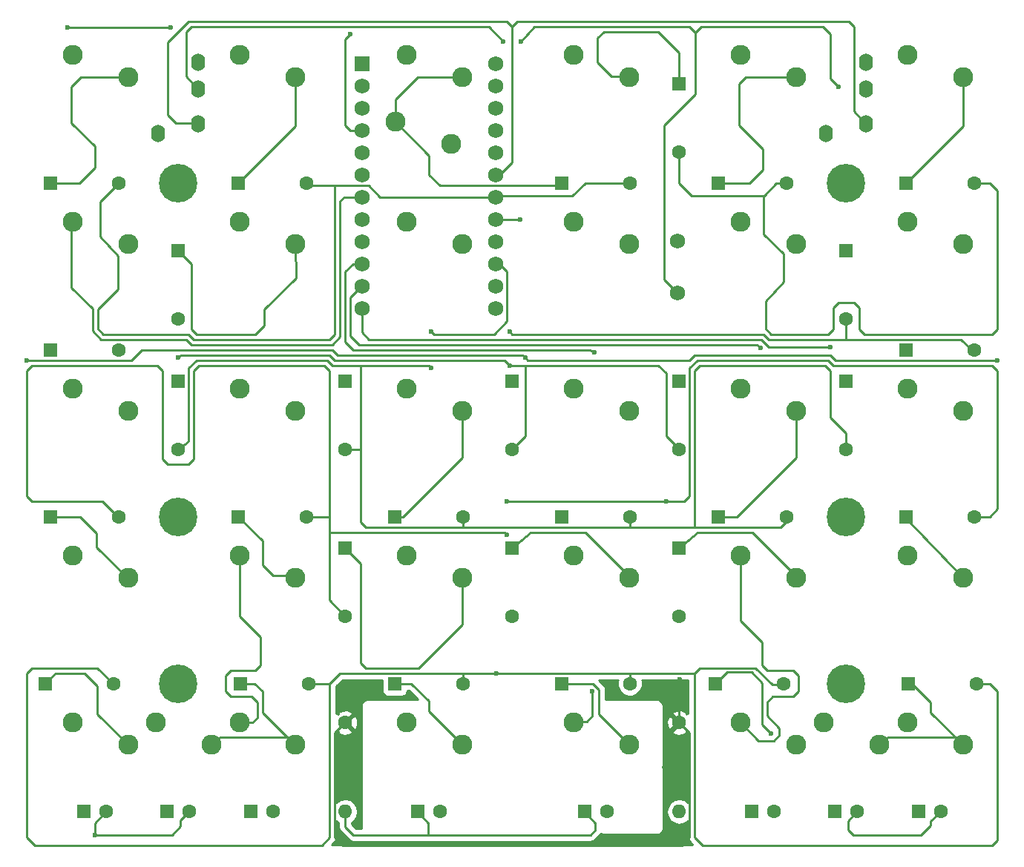
<source format=gbl>
G04 #@! TF.FileFunction,Copper,L2,Bot,Signal*
%FSLAX46Y46*%
G04 Gerber Fmt 4.6, Leading zero omitted, Abs format (unit mm)*
G04 Created by KiCad (PCBNEW 4.0.7-e2-6376~58~ubuntu16.04.1) date Mon Apr  2 09:11:44 2018*
%MOMM*%
%LPD*%
G01*
G04 APERTURE LIST*
%ADD10C,0.100000*%
%ADD11C,2.286000*%
%ADD12C,1.752600*%
%ADD13R,1.752600X1.752600*%
%ADD14C,4.400000*%
%ADD15R,1.600000X1.600000*%
%ADD16C,1.600000*%
%ADD17O,1.600000X1.600000*%
%ADD18R,1.600200X1.600200*%
%ADD19C,1.600200*%
%ADD20O,1.600000X2.000000*%
%ADD21C,0.600000*%
%ADD22C,0.250000*%
%ADD23C,0.254000*%
G04 APERTURE END LIST*
D10*
D11*
X114141748Y-144939390D03*
X120491748Y-147479390D03*
X190342073Y-144939390D03*
X196692073Y-147479390D03*
D12*
X183159375Y-95929324D03*
X183159375Y-89976174D03*
D13*
X147161910Y-69707476D03*
D12*
X147161910Y-72247476D03*
X147161910Y-74787476D03*
X147161910Y-77327476D03*
X147161910Y-79867476D03*
X147161910Y-82407476D03*
X147161910Y-84947476D03*
X147161910Y-87487476D03*
X147161910Y-90027476D03*
X147161910Y-92567476D03*
X147161910Y-95107476D03*
X147161910Y-97647476D03*
X162401910Y-97647476D03*
X162401910Y-95107476D03*
X162401910Y-92567476D03*
X162401910Y-90027476D03*
X162401910Y-87487476D03*
X162401910Y-84947476D03*
X162401910Y-82407476D03*
X162401910Y-79867476D03*
X162401910Y-77327476D03*
X162401910Y-74787476D03*
X162401910Y-72247476D03*
X162401910Y-69707476D03*
D14*
X126206250Y-83343750D03*
X126206788Y-140494349D03*
X202407114Y-140494349D03*
X202406250Y-83343750D03*
X126206788Y-121444268D03*
X202407114Y-121444267D03*
D15*
X111590625Y-121443750D03*
D16*
X119390625Y-121443750D03*
D15*
X111590625Y-83343750D03*
D16*
X119390625Y-83343750D03*
D15*
X133021875Y-83343750D03*
D16*
X140821875Y-83343750D03*
D15*
X169931250Y-83343750D03*
D16*
X177731250Y-83343750D03*
D15*
X183357032Y-72002668D03*
D16*
X183357032Y-79802668D03*
D15*
X187790625Y-83343750D03*
D16*
X195590625Y-83343750D03*
D15*
X209221875Y-83343750D03*
D16*
X217021875Y-83343750D03*
D15*
X111590625Y-102393750D03*
D16*
X119390625Y-102393750D03*
D15*
X126206788Y-91052749D03*
D16*
X126206788Y-98852749D03*
D15*
X164306951Y-105935625D03*
D16*
X164306951Y-113735625D03*
D15*
X183357032Y-105935625D03*
D16*
X183357032Y-113735625D03*
D15*
X202407114Y-91052749D03*
D16*
X202407114Y-98852749D03*
D15*
X209222784Y-102394187D03*
D16*
X217022784Y-102394187D03*
D15*
X126206788Y-105935625D03*
D16*
X126206788Y-113735625D03*
D15*
X145256870Y-105935625D03*
D16*
X145256870Y-113735625D03*
D15*
X150881250Y-121443750D03*
D16*
X158681250Y-121443750D03*
D15*
X169931250Y-121443750D03*
D16*
X177731250Y-121443750D03*
D15*
X187790625Y-121443750D03*
D16*
X195590625Y-121443750D03*
D15*
X202407114Y-105935625D03*
D16*
X202407114Y-113735625D03*
D15*
X133022459Y-121444268D03*
D16*
X140822459Y-121444268D03*
D15*
X145256870Y-124985706D03*
D16*
X145256870Y-132785706D03*
D15*
X164306951Y-124985706D03*
D16*
X164306951Y-132785706D03*
D15*
X183357032Y-124985706D03*
D16*
X183357032Y-132785706D03*
D15*
X209222784Y-121444268D03*
D16*
X217022784Y-121444268D03*
D15*
X110995803Y-140494349D03*
D16*
X118795803Y-140494349D03*
D15*
X150881910Y-140494349D03*
D16*
X158681910Y-140494349D03*
D15*
X169931992Y-140494349D03*
D16*
X177731992Y-140494349D03*
D15*
X187493785Y-140494349D03*
D16*
X195293785Y-140494349D03*
D15*
X209520442Y-140494349D03*
D16*
X217320442Y-140494349D03*
D15*
X133320117Y-140494349D03*
D16*
X141120117Y-140494349D03*
X145256870Y-144959212D03*
D17*
X145256870Y-155119212D03*
D16*
X183357032Y-144959212D03*
D17*
X183357032Y-155119212D03*
D11*
X209391250Y-87788750D03*
X215741250Y-90328750D03*
X152241250Y-125888750D03*
X158591250Y-128428750D03*
X209391250Y-125888750D03*
X215741250Y-128428750D03*
X171291250Y-68738750D03*
X177641250Y-71278750D03*
X114141250Y-87788750D03*
X120491250Y-90328750D03*
X133191250Y-87788750D03*
X139541250Y-90328750D03*
X152241250Y-87788750D03*
X158591250Y-90328750D03*
X190341250Y-87788750D03*
X196691250Y-90328750D03*
X114141250Y-106838750D03*
X120491250Y-109378750D03*
X133191250Y-106838750D03*
X139541250Y-109378750D03*
X152241250Y-106838750D03*
X158591250Y-109378750D03*
X190341250Y-106838750D03*
X196691250Y-109378750D03*
X209391250Y-106838750D03*
X215741250Y-109378750D03*
X190341250Y-125888750D03*
X196691250Y-128428750D03*
X133191250Y-125888750D03*
X139541250Y-128428750D03*
X114141250Y-125888750D03*
X120491250Y-128428750D03*
X171291250Y-87788750D03*
X177641250Y-90328750D03*
X171291250Y-106838750D03*
X177641250Y-109378750D03*
X171291250Y-125888750D03*
X177641250Y-128428750D03*
X152241910Y-144939390D03*
X158591910Y-147479390D03*
X171291992Y-144939390D03*
X177641992Y-147479390D03*
X215742114Y-147479390D03*
X209392114Y-144939390D03*
X199867114Y-144939390D03*
X206217114Y-147479390D03*
X139541788Y-147479390D03*
X133191788Y-144939390D03*
X123666788Y-144939390D03*
X130016788Y-147479390D03*
X158591250Y-71278750D03*
X152241250Y-68738750D03*
X157321250Y-78898750D03*
X150971250Y-76358750D03*
D18*
X172561992Y-155099390D03*
D19*
X175101992Y-155099390D03*
D18*
X153511910Y-155099390D03*
D19*
X156051910Y-155099390D03*
D18*
X134461829Y-155099390D03*
D19*
X137001829Y-155099390D03*
D18*
X124936788Y-155099390D03*
D19*
X127476788Y-155099390D03*
D18*
X115411748Y-155099390D03*
D19*
X117951748Y-155099390D03*
D18*
X191612073Y-155099390D03*
D19*
X194152073Y-155099390D03*
D18*
X201137114Y-155099390D03*
D19*
X203677114Y-155099390D03*
D18*
X210662154Y-155099390D03*
D19*
X213202154Y-155099390D03*
D20*
X200107114Y-77677627D03*
X204707114Y-76577627D03*
X204707114Y-69577627D03*
X204707114Y-72577627D03*
D11*
X114141250Y-68738750D03*
X120491250Y-71278750D03*
X190341250Y-68738750D03*
X196691250Y-71278750D03*
X133191250Y-68738750D03*
X139541250Y-71278750D03*
X209391250Y-68738750D03*
X215741250Y-71278750D03*
D20*
X123906788Y-77677627D03*
X128506788Y-76577627D03*
X128506788Y-69577627D03*
X128506788Y-72577627D03*
D21*
X126206788Y-103287159D03*
X164009294Y-104180132D03*
X164009294Y-100310584D03*
X155079568Y-100310584D03*
X155079568Y-104477790D03*
X163711636Y-123527871D03*
X181868745Y-119658323D03*
X163711636Y-119658323D03*
X183400000Y-140000000D03*
X145852185Y-66377627D03*
X173400000Y-141400000D03*
X173641362Y-102691844D03*
X192600000Y-102200000D03*
X113600000Y-65600000D03*
X125364781Y-65575000D03*
X200621168Y-102096529D03*
X162521006Y-139303719D03*
X193800000Y-146200000D03*
X163300000Y-67200000D03*
X165300000Y-67200000D03*
X201514141Y-72330777D03*
X219671250Y-103584817D03*
X165199924Y-87511311D03*
X165795239Y-103287159D03*
X116679405Y-157758486D03*
X108942652Y-103584817D03*
D22*
X193000000Y-84800000D02*
X193000000Y-89200000D01*
X193000000Y-89200000D02*
X195263333Y-91380859D01*
X195263333Y-91380859D02*
X195263333Y-94655091D01*
X193200000Y-100000000D02*
X193868018Y-100608242D01*
X195263333Y-94655091D02*
X193200000Y-96800000D01*
X193200000Y-96800000D02*
X193200000Y-100000000D01*
X195590625Y-83343750D02*
X194400000Y-83400000D01*
X194400000Y-83400000D02*
X193029641Y-84799638D01*
X218777921Y-83343750D02*
X217021875Y-83343750D01*
X193868018Y-100608242D02*
X200323511Y-100608242D01*
X200323511Y-100608242D02*
X200918826Y-100012927D01*
X200918826Y-100012927D02*
X200918826Y-97631667D01*
X200918826Y-97631667D02*
X201514141Y-97036352D01*
X201514141Y-97036352D02*
X203300086Y-97036352D01*
X203300086Y-97036352D02*
X203895401Y-97631667D01*
X203895401Y-97631667D02*
X203895401Y-100012927D01*
X203895401Y-100012927D02*
X204490716Y-100608242D01*
X204490716Y-100608242D02*
X219075935Y-100608242D01*
X219075935Y-100608242D02*
X219671250Y-100012927D01*
X219671250Y-100012927D02*
X219671250Y-84237079D01*
X219671250Y-84237079D02*
X218777921Y-83343750D01*
X140821875Y-83343750D02*
X141089664Y-83641763D01*
X141089664Y-83641763D02*
X144066240Y-83641763D01*
X117250000Y-85500000D02*
X119390625Y-83343750D01*
X117250000Y-89500000D02*
X117250000Y-85500000D01*
X119360666Y-91630860D02*
X117250000Y-89500000D01*
X119360666Y-95452749D02*
X119360666Y-91630860D01*
X117000000Y-97750000D02*
X119360666Y-95452749D01*
X117000000Y-100000000D02*
X117000000Y-97750000D01*
X117600000Y-100600000D02*
X117000000Y-100000000D01*
X127397418Y-100608242D02*
X117600000Y-100600000D01*
X127992734Y-101203557D02*
X127397418Y-100608242D01*
X143470925Y-101203557D02*
X127992734Y-101203557D01*
X144066240Y-100608242D02*
X143470925Y-101203557D01*
X144066240Y-83641763D02*
X144066240Y-100608242D01*
X140821875Y-83343750D02*
X140791651Y-83343750D01*
X149241501Y-84947476D02*
X162401910Y-84947476D01*
X147935788Y-83641763D02*
X149241501Y-84947476D01*
X141089664Y-83641763D02*
X147935788Y-83641763D01*
X140791651Y-83343750D02*
X141089664Y-83641763D01*
X177731250Y-83343750D02*
X177731250Y-83343744D01*
X177731250Y-83343744D02*
X177700781Y-83343744D01*
X119390625Y-83015626D02*
X119390625Y-83343750D01*
X183356251Y-83343744D02*
X184800000Y-84800000D01*
X183356251Y-83343744D02*
X183356250Y-81855469D01*
X183356250Y-81855469D02*
X183357032Y-79802668D01*
X184800000Y-84800000D02*
X193000000Y-84800000D01*
X193000000Y-84800000D02*
X193029641Y-84799638D01*
X164603906Y-84832031D02*
X171153074Y-84832031D01*
X171153074Y-84832031D02*
X172641362Y-83344106D01*
X172641362Y-83344106D02*
X177700781Y-83343744D01*
X162521006Y-84832393D02*
X164603906Y-84832031D01*
X111590625Y-83343750D02*
X114896158Y-83343750D01*
X115054857Y-71278750D02*
X120491250Y-71278750D01*
X114002830Y-72330777D02*
X115054857Y-71278750D01*
X114002830Y-76497983D02*
X114002830Y-72330777D01*
X116681748Y-79176901D02*
X114002830Y-76497983D01*
X116681748Y-81558160D02*
X116681748Y-79176901D01*
X114896158Y-83343750D02*
X116681748Y-81558160D01*
X139541250Y-71278750D02*
X139541250Y-76824375D01*
X139541250Y-76824375D02*
X133021875Y-83343750D01*
X150971250Y-76358750D02*
X150971250Y-73828750D01*
X153521250Y-71278750D02*
X158591250Y-71278750D01*
X150971250Y-73828750D02*
X153521250Y-71278750D01*
X169633237Y-83641763D02*
X156054263Y-83641763D01*
X156054263Y-83641763D02*
X154800000Y-82464660D01*
X154800000Y-82464660D02*
X154800000Y-80200000D01*
X154800000Y-80200000D02*
X150971250Y-76358750D01*
X169633237Y-83641763D02*
X169931250Y-83343750D01*
X183357032Y-72002668D02*
X183357032Y-68461229D01*
X174000000Y-69600000D02*
X175600000Y-71200000D01*
X175600000Y-71200000D02*
X177641250Y-71278750D01*
X174000000Y-66800000D02*
X174000000Y-69600000D01*
X174817937Y-66079969D02*
X174000000Y-66800000D01*
X180975772Y-66079969D02*
X174817937Y-66079969D01*
X183357032Y-68461229D02*
X180975772Y-66079969D01*
X187790625Y-83343750D02*
X191394141Y-83343750D01*
X190957525Y-71278750D02*
X196691250Y-71278750D01*
X190203155Y-72033120D02*
X190957525Y-71278750D01*
X190203155Y-76795640D02*
X190203155Y-72033120D01*
X192882073Y-79474558D02*
X190203155Y-76795640D01*
X192882073Y-81855818D02*
X192882073Y-79474558D01*
X191394141Y-83343750D02*
X192882073Y-81855818D01*
X163413977Y-103584817D02*
X144066239Y-103584817D01*
X144066239Y-103584817D02*
X143470924Y-102989502D01*
X143470924Y-102989502D02*
X126504446Y-102989502D01*
X126504446Y-102989502D02*
X126206788Y-103287159D01*
X163413977Y-103584817D02*
X164009294Y-104180132D01*
X183357032Y-113735625D02*
X183357032Y-113705172D01*
X180975772Y-104180132D02*
X165795239Y-104180132D01*
X181868745Y-105073105D02*
X180975772Y-104180132D01*
X181868745Y-112216885D02*
X181868745Y-105073105D01*
X183357032Y-113705172D02*
X181868745Y-112216885D01*
X164009294Y-104180132D02*
X164009294Y-104180133D01*
X164009294Y-104180133D02*
X164604609Y-104180132D01*
X164604609Y-104180132D02*
X165795239Y-104180132D01*
X165795239Y-112216885D02*
X164306951Y-113735625D01*
X165795239Y-104180132D02*
X165795239Y-112216885D01*
X202406250Y-101203125D02*
X193570361Y-101203557D01*
X164306951Y-100608242D02*
X164009294Y-100310584D01*
X166688212Y-100608241D02*
X164306951Y-100608242D01*
X192975046Y-100608091D02*
X166688212Y-100608242D01*
X193570360Y-101203557D02*
X192975046Y-100608091D01*
X193570361Y-101203557D02*
X193570360Y-101203557D01*
X166688212Y-100608242D02*
X166688212Y-100608241D01*
X202407114Y-98852749D02*
X202406250Y-101203125D01*
X217022784Y-102394187D02*
X217022784Y-102661375D01*
X217022784Y-102661375D02*
X215504044Y-101203557D01*
X215504044Y-101203557D02*
X203597744Y-101203164D01*
X203597744Y-101203164D02*
X202406250Y-101203125D01*
X139541250Y-90328750D02*
X139600000Y-94200000D01*
X127695076Y-92571489D02*
X126206788Y-91052749D01*
X127695076Y-100012927D02*
X127695076Y-92571489D01*
X128290391Y-100608242D02*
X127695076Y-100012927D01*
X135000000Y-100600000D02*
X128290391Y-100608242D01*
X139600000Y-94200000D02*
X136000000Y-97800000D01*
X136000000Y-97800000D02*
X136000000Y-99600000D01*
X136000000Y-99600000D02*
X135000000Y-100600000D01*
X162401910Y-92567476D02*
X162814651Y-92567476D01*
X162814651Y-92567476D02*
X163711636Y-93464461D01*
X163711636Y-93464461D02*
X163711636Y-99119954D01*
X163711636Y-99119954D02*
X162223348Y-100608242D01*
X162223348Y-100608242D02*
X155377225Y-100608242D01*
X155377225Y-100608242D02*
X155079568Y-100310584D01*
X155079568Y-104477790D02*
X154781910Y-104180132D01*
X154781910Y-104180132D02*
X147042815Y-104180132D01*
X158651458Y-122634898D02*
X153591280Y-122634898D01*
X153591280Y-122634898D02*
X147637605Y-122634373D01*
X147042815Y-122039583D02*
X147042815Y-113705173D01*
X147637605Y-122634373D02*
X147042815Y-122039583D01*
X126206788Y-113735625D02*
X127396873Y-112811721D01*
X127396873Y-112811721D02*
X127397419Y-104477790D01*
X147042815Y-104180132D02*
X147042815Y-113705173D01*
X128290391Y-103584817D02*
X143173268Y-103584817D01*
X143173268Y-103584817D02*
X143768583Y-104180132D01*
X143768583Y-104180132D02*
X147042815Y-104180132D01*
X127397419Y-104477790D02*
X128290391Y-103584817D01*
X145256870Y-113735625D02*
X147042815Y-113735625D01*
X147042815Y-113735625D02*
X147043428Y-113735012D01*
X147043428Y-113735012D02*
X147043428Y-113705173D01*
X147043428Y-113705173D02*
X147042815Y-113705173D01*
X202407114Y-113735625D02*
X202406250Y-111918750D01*
X185142188Y-104775000D02*
X185142188Y-122634373D01*
X185737500Y-104179688D02*
X185142188Y-104775000D01*
X200025000Y-104179688D02*
X185737500Y-104179688D01*
X200620313Y-104775000D02*
X200025000Y-104179688D01*
X200620313Y-110132813D02*
X200620313Y-104775000D01*
X202406250Y-111918750D02*
X200620313Y-110132813D01*
X177731250Y-121443750D02*
X177700781Y-121443750D01*
X177700781Y-121443750D02*
X177700781Y-122634373D01*
X194965676Y-122634898D02*
X195560991Y-122039583D01*
X195560991Y-122039583D02*
X195590625Y-121443750D01*
X177700781Y-122634373D02*
X185142188Y-122634373D01*
X185142188Y-122634373D02*
X194965676Y-122634898D01*
X158681250Y-121443750D02*
X158650781Y-121443750D01*
X158650781Y-121443750D02*
X158651458Y-122634898D01*
X177700781Y-122634373D02*
X177731250Y-121443750D01*
X158651458Y-122634898D02*
X158681250Y-121443750D01*
X158651458Y-122634898D02*
X167283526Y-122634898D01*
X167283526Y-122634898D02*
X167283526Y-122634872D01*
X167283526Y-122634872D02*
X167283527Y-122634898D01*
X167283527Y-122634898D02*
X177700781Y-122634373D01*
X158591250Y-109378750D02*
X158591250Y-114658353D01*
X151805853Y-121443750D02*
X150881250Y-121443750D01*
X158591250Y-114658353D02*
X151805853Y-121443750D01*
X196691250Y-109378750D02*
X196691250Y-114658516D01*
X189906016Y-121443750D02*
X187790625Y-121443750D01*
X196691250Y-114658516D02*
X189906016Y-121443750D01*
X163413978Y-123230213D02*
X143470925Y-123230213D01*
X163711636Y-123527871D02*
X163413978Y-123230213D01*
X218778278Y-121444268D02*
X219671250Y-120551296D01*
X218778278Y-121444268D02*
X217022784Y-121444268D01*
X181868745Y-119658323D02*
X163711636Y-119658323D01*
X183952347Y-119658323D02*
X181868745Y-119658323D01*
X184547662Y-119063008D02*
X183952347Y-119658323D01*
X184547662Y-104477790D02*
X184547662Y-119063008D01*
X185440635Y-103584817D02*
X184547662Y-104477790D01*
X200323511Y-103584817D02*
X185440635Y-103584817D01*
X200918826Y-104180132D02*
X200323511Y-103584817D01*
X219075935Y-104180132D02*
X200918826Y-104180132D01*
X219671250Y-104775447D02*
X219075935Y-104180132D01*
X219671250Y-120551296D02*
X219671250Y-104775447D01*
X119390625Y-121443750D02*
X119360147Y-121443750D01*
X119360147Y-121443750D02*
X117574720Y-119658323D01*
X117574720Y-119658323D02*
X109537967Y-119658323D01*
X109537967Y-119658323D02*
X108942652Y-119063008D01*
X108942652Y-119063008D02*
X108942652Y-104775447D01*
X108942652Y-104775447D02*
X109537967Y-104180132D01*
X109537967Y-104180132D02*
X123825528Y-104180132D01*
X123825528Y-104180132D02*
X124420843Y-104775447D01*
X124420843Y-104775447D02*
X124420843Y-114895803D01*
X124420843Y-114895803D02*
X125016158Y-115491118D01*
X125016158Y-115491118D02*
X127397419Y-115491118D01*
X127397419Y-115491118D02*
X127992734Y-114895803D01*
X127992734Y-114895803D02*
X127992734Y-104775447D01*
X127992734Y-104775447D02*
X128588049Y-104180132D01*
X128588049Y-104180132D02*
X142875610Y-104180132D01*
X142875610Y-104180132D02*
X143470925Y-104775447D01*
X143470925Y-104775447D02*
X143470925Y-121444268D01*
X143470925Y-121444268D02*
X142577952Y-121444268D01*
X140822459Y-121444268D02*
X142577952Y-121444268D01*
X143470925Y-130969309D02*
X145256870Y-132785706D01*
X143470925Y-123230213D02*
X143470925Y-130969309D01*
X143470925Y-121444268D02*
X143470925Y-123230213D01*
X142577952Y-121444268D02*
X143470925Y-121444268D01*
X120491250Y-128428750D02*
X120391997Y-128428750D01*
X120391997Y-128428750D02*
X116900000Y-124936753D01*
X116900000Y-124936753D02*
X116900000Y-123336753D01*
X116900000Y-123336753D02*
X115006997Y-121443750D01*
X115006997Y-121443750D02*
X111590625Y-121443750D01*
X137000000Y-128200000D02*
X135800000Y-127000000D01*
X135800000Y-127000000D02*
X135800000Y-124200000D01*
X135800000Y-124200000D02*
X133022459Y-121444268D01*
X139400000Y-128200000D02*
X137000000Y-128200000D01*
X139400000Y-128200000D02*
X139479370Y-128279370D01*
X145256870Y-124985706D02*
X145256870Y-125016159D01*
X145256870Y-125016159D02*
X147042815Y-126802104D01*
X158591250Y-133708434D02*
X158591250Y-128428750D01*
X153591280Y-138708404D02*
X158591250Y-133708434D01*
X147638130Y-138708404D02*
X153591280Y-138708404D01*
X147042815Y-138113089D02*
X147638130Y-138708404D01*
X147042815Y-126802104D02*
X147042815Y-138113089D01*
X177641250Y-128428750D02*
X177641250Y-128230101D01*
X177641250Y-128230101D02*
X172641362Y-123230213D01*
X172641362Y-123230213D02*
X166360102Y-123230213D01*
X166360102Y-123230213D02*
X164306951Y-124985706D01*
X196691250Y-128428750D02*
X196691250Y-128230020D01*
X196691250Y-128230020D02*
X191691443Y-123230213D01*
X191691443Y-123230213D02*
X185410183Y-123230213D01*
X185410183Y-123230213D02*
X183357032Y-124985706D01*
X183357032Y-144959212D02*
X183357032Y-140042968D01*
X183357032Y-140042968D02*
X183400000Y-140000000D01*
X184547662Y-146149842D02*
X183357032Y-144959212D01*
X184547662Y-158056143D02*
X184547662Y-146149842D01*
X183654689Y-158949116D02*
X184547662Y-158056143D01*
X144959212Y-158949116D02*
X183654689Y-158949116D01*
X144066240Y-158056143D02*
X144959212Y-158949116D01*
X144066240Y-146149842D02*
X144066240Y-158056143D01*
X145256870Y-144959212D02*
X144066240Y-146149842D01*
X145852185Y-66377627D02*
X145256870Y-66972942D01*
X145256870Y-66972942D02*
X145256870Y-76795641D01*
X145256870Y-76795641D02*
X145788705Y-77327476D01*
X145788705Y-77327476D02*
X147161910Y-77327476D01*
X146384035Y-77327476D02*
X147161910Y-77327476D01*
X117400000Y-101200000D02*
X116400000Y-100200000D01*
X116400000Y-100200000D02*
X116400000Y-97700000D01*
X116400000Y-97700000D02*
X114002830Y-95286352D01*
X114002830Y-95286352D02*
X114002830Y-87927170D01*
X114002830Y-87927170D02*
X114141250Y-87788750D01*
X147161910Y-84947476D02*
X145141787Y-84947476D01*
X143768582Y-101798872D02*
X127695077Y-101798872D01*
X127695077Y-101798872D02*
X127099762Y-101203557D01*
X127099762Y-101203557D02*
X117400000Y-101200000D01*
X144661555Y-100905899D02*
X143768582Y-101798872D01*
X144661555Y-85427708D02*
X144661555Y-100905899D01*
X145141787Y-84947476D02*
X144661555Y-85427708D01*
X133191788Y-144939390D02*
X134660610Y-144939390D01*
X133191250Y-132791250D02*
X133191250Y-125888750D01*
X135600000Y-135200000D02*
X133191250Y-132791250D01*
X135600000Y-138400000D02*
X135600000Y-135200000D01*
X135000000Y-139000000D02*
X135600000Y-138400000D01*
X132200000Y-139000000D02*
X135000000Y-139000000D01*
X131600000Y-139600000D02*
X132200000Y-139000000D01*
X131600000Y-141400000D02*
X131600000Y-139600000D01*
X132200000Y-142000000D02*
X131600000Y-141400000D01*
X134600000Y-142000000D02*
X132200000Y-142000000D01*
X135200000Y-142600000D02*
X134600000Y-142000000D01*
X135200000Y-144400000D02*
X135200000Y-142600000D01*
X134660610Y-144939390D02*
X135200000Y-144400000D01*
X173400000Y-144200000D02*
X172800000Y-144800000D01*
X173400000Y-141400000D02*
X173400000Y-144200000D01*
X172800000Y-144800000D02*
X171291992Y-144939390D01*
X169069471Y-102394187D02*
X173200000Y-102400000D01*
X173641361Y-102691844D02*
X173641362Y-102691844D01*
X173200000Y-102400000D02*
X173641361Y-102691844D01*
X146149219Y-102393748D02*
X169069471Y-102394187D01*
X145256250Y-101500779D02*
X146149219Y-102393748D01*
X145256250Y-93464068D02*
X145256250Y-101500779D01*
X146153188Y-92567130D02*
X145256250Y-93464068D01*
X147161910Y-92567476D02*
X146153188Y-92567130D01*
X147161910Y-95107476D02*
X147092524Y-95107476D01*
X147092524Y-95107476D02*
X145800000Y-96400000D01*
X192200000Y-101800000D02*
X192600000Y-102200000D01*
X146800000Y-101800000D02*
X192200000Y-101800000D01*
X145800000Y-100800000D02*
X146800000Y-101800000D01*
X145800000Y-96400000D02*
X145800000Y-100800000D01*
X190342073Y-144939390D02*
X190342073Y-144942073D01*
X190342073Y-144942073D02*
X192400000Y-147000000D01*
X192400000Y-147000000D02*
X194200000Y-147000000D01*
X194200000Y-147000000D02*
X194800000Y-146400000D01*
X194800000Y-146400000D02*
X194800000Y-145600000D01*
X194800000Y-145600000D02*
X193400000Y-144200000D01*
X193400000Y-144200000D02*
X193400000Y-142600000D01*
X193400000Y-142600000D02*
X194000000Y-142000000D01*
X194000000Y-142000000D02*
X196400000Y-142000000D01*
X196400000Y-142000000D02*
X197000000Y-141400000D01*
X197000000Y-141400000D02*
X197000000Y-139600000D01*
X197000000Y-139600000D02*
X196400000Y-139000000D01*
X196400000Y-139000000D02*
X193400000Y-139000000D01*
X193400000Y-139000000D02*
X192800000Y-138400000D01*
X192800000Y-138400000D02*
X192800000Y-135800000D01*
X192800000Y-135800000D02*
X190341250Y-133341250D01*
X190341250Y-133341250D02*
X190341250Y-125888750D01*
X147161910Y-95107476D02*
X147161910Y-95131311D01*
X147161910Y-95107476D02*
X147161910Y-95131289D01*
X125357750Y-65567969D02*
X125364781Y-65575000D01*
X113600000Y-65600000D02*
X125357750Y-65567969D01*
X215741250Y-71278750D02*
X215741250Y-76824375D01*
X215741250Y-76824375D02*
X209221875Y-83343750D01*
X209222784Y-121444268D02*
X209222784Y-121612627D01*
X209222784Y-121612627D02*
X215741250Y-128428750D01*
X209848551Y-121444268D02*
X209222784Y-121444268D01*
X147161910Y-97647476D02*
X147161910Y-100429680D01*
X192700000Y-101200000D02*
X193600000Y-102100000D01*
X193600000Y-102100000D02*
X200621168Y-102096529D01*
X147935787Y-101203557D02*
X192677388Y-101203557D01*
X192677388Y-101203557D02*
X192700000Y-101200000D01*
X147161910Y-100429680D02*
X147935787Y-101203557D01*
X110995803Y-140494349D02*
X110995803Y-140375973D01*
X110995803Y-140375973D02*
X112216885Y-139303719D01*
X116979405Y-143967047D02*
X120491748Y-147479390D01*
X116979405Y-140792007D02*
X116979405Y-143967047D01*
X115491117Y-139303719D02*
X116979405Y-140792007D01*
X112216885Y-139303719D02*
X115491117Y-139303719D01*
X194000000Y-140600000D02*
X195188134Y-140600000D01*
X195188134Y-140600000D02*
X195293785Y-140494349D01*
X185142977Y-139303719D02*
X185142977Y-158056143D01*
X185142977Y-158056143D02*
X186035950Y-158949116D01*
X218778277Y-140494349D02*
X217320442Y-140494349D01*
X219075935Y-158949116D02*
X186035950Y-158949116D01*
X219671250Y-158353801D02*
X219075935Y-158949116D01*
X219671250Y-141387322D02*
X219671250Y-158353801D01*
X218778277Y-140494349D02*
X219671250Y-141387322D01*
X143470925Y-140494349D02*
X143470925Y-158056143D01*
X143470925Y-158056143D02*
X142577952Y-158949116D01*
X109835625Y-158949116D02*
X108942652Y-158056143D01*
X108942652Y-158056143D02*
X108942652Y-139303720D01*
X108942652Y-139303720D02*
X109537967Y-138708405D01*
X109537967Y-138708405D02*
X116979405Y-138708404D01*
X116979405Y-138708404D02*
X118795803Y-140494349D01*
X142577952Y-158949116D02*
X109835625Y-158949116D01*
X177731992Y-140494349D02*
X177731992Y-139303719D01*
X177731992Y-139303719D02*
X177701539Y-139303719D01*
X158681910Y-140494349D02*
X158681910Y-139303719D01*
X158681910Y-139303719D02*
X158651458Y-139303719D01*
X194000000Y-140600000D02*
X192077388Y-138708404D01*
X192077388Y-138708404D02*
X185738292Y-138708404D01*
X185738292Y-138708404D02*
X185142977Y-139303719D01*
X185142977Y-139303719D02*
X177701539Y-139303719D01*
X143470925Y-140494349D02*
X141120117Y-140494349D01*
X177701539Y-139303719D02*
X162521006Y-139303719D01*
X162521006Y-139303719D02*
X158651458Y-139303719D01*
X158651458Y-139303719D02*
X144661555Y-139303719D01*
X144661555Y-139303719D02*
X143470925Y-140494349D01*
X139541788Y-147479390D02*
X139479390Y-147479390D01*
X139479390Y-147479390D02*
X135800000Y-143800000D01*
X135800000Y-143800000D02*
X135800000Y-141400000D01*
X135800000Y-141400000D02*
X134894349Y-140494349D01*
X134894349Y-140494349D02*
X133320117Y-140494349D01*
X133320117Y-140494349D02*
X133320117Y-140960020D01*
X139541829Y-147479390D02*
X139442637Y-147479390D01*
X139541829Y-147479390D02*
X138600000Y-146600000D01*
X138600000Y-146600000D02*
X131000000Y-146600000D01*
X131000000Y-146600000D02*
X130016829Y-147479390D01*
X150881910Y-140494349D02*
X151606869Y-140494349D01*
X151606869Y-140494349D02*
X152800000Y-140487480D01*
X152800000Y-140487480D02*
X154800000Y-142487480D01*
X154800000Y-142487480D02*
X154800000Y-143687480D01*
X154800000Y-143687480D02*
X158591910Y-147479390D01*
X158591910Y-147479390D02*
X158492718Y-147479390D01*
X169931992Y-140494349D02*
X173529649Y-140494349D01*
X174200000Y-144000000D02*
X177641992Y-147479390D01*
X174222622Y-141187322D02*
X174200000Y-144000000D01*
X173529649Y-140494349D02*
X174222622Y-141187322D01*
X169931992Y-140494349D02*
X170656951Y-140494349D01*
X192800000Y-140400000D02*
X192800000Y-145200000D01*
X188800000Y-139200000D02*
X191600000Y-139200000D01*
X191600000Y-139200000D02*
X192800000Y-140400000D01*
X187505651Y-140494349D02*
X188800000Y-139200000D01*
X192800000Y-145200000D02*
X193800000Y-146200000D01*
X187493785Y-140494349D02*
X187505651Y-140494349D01*
X187493785Y-140494349D02*
X187493785Y-140375973D01*
X209520442Y-140494349D02*
X210000000Y-140600000D01*
X210000000Y-140600000D02*
X212000000Y-142600000D01*
X212000000Y-142600000D02*
X212000000Y-143800000D01*
X212000000Y-143800000D02*
X215742114Y-147479390D01*
X215742114Y-147479390D02*
X214800000Y-146600000D01*
X214800000Y-146600000D02*
X207200000Y-146600000D01*
X207200000Y-146600000D02*
X206217114Y-147479390D01*
X127099761Y-70247175D02*
X127099761Y-71170600D01*
X127099761Y-70247175D02*
X127099761Y-66079969D01*
X127099761Y-66079969D02*
X127695076Y-65484654D01*
X127695076Y-65484654D02*
X161628033Y-65484654D01*
X161628033Y-65484654D02*
X161628033Y-65484655D01*
X161628033Y-65484655D02*
X163300000Y-67200000D01*
X185200000Y-66200000D02*
X184500000Y-65500000D01*
X184500000Y-65500000D02*
X166800000Y-65500000D01*
X166800000Y-65500000D02*
X166809446Y-65515346D01*
X166809446Y-65515346D02*
X165300000Y-67200000D01*
X127099761Y-71170600D02*
X128506788Y-72577627D01*
X200621168Y-66377627D02*
X200621168Y-71437804D01*
X199728194Y-65484654D02*
X185900000Y-65500000D01*
X200621168Y-66377627D02*
X199728194Y-65484654D01*
X185200000Y-66200000D02*
X185900000Y-65500000D01*
X200621168Y-71437804D02*
X201514141Y-72330777D01*
X185200000Y-73200000D02*
X185200000Y-66200000D01*
X181600000Y-76800000D02*
X185200000Y-73200000D01*
X181600000Y-94400000D02*
X181600000Y-76800000D01*
X183129324Y-95929324D02*
X181600000Y-94400000D01*
X183159375Y-95929324D02*
X183129324Y-95929324D01*
X185142977Y-102989502D02*
X200621168Y-102989502D01*
X200621168Y-102989502D02*
X201216483Y-103584817D01*
X201216483Y-103584817D02*
X219671250Y-103584817D01*
X166092897Y-103584817D02*
X184547662Y-103584817D01*
X165795239Y-103287159D02*
X166092897Y-103584817D01*
X184547662Y-103584817D02*
X185142977Y-102989502D01*
X165795238Y-103287159D02*
X165497581Y-102989502D01*
X165497581Y-102989502D02*
X144363897Y-102989502D01*
X165795239Y-103287159D02*
X165795238Y-103287159D01*
X165176089Y-87487476D02*
X165199924Y-87511311D01*
X162401910Y-87487476D02*
X165176089Y-87487476D01*
X144363897Y-102989502D02*
X143768582Y-102394187D01*
X116679405Y-157758486D02*
X116700000Y-156400000D01*
X116700000Y-156400000D02*
X117951748Y-155099390D01*
X143768582Y-102394187D02*
X122039583Y-102394187D01*
X120848953Y-103584817D02*
X108942652Y-103584817D01*
X122039583Y-102394187D02*
X120848953Y-103584817D01*
X203677114Y-155099390D02*
X202600000Y-156200000D01*
X202600000Y-156200000D02*
X202600000Y-157200000D01*
X202600000Y-157200000D02*
X203193059Y-157758486D01*
X203193059Y-157758486D02*
X210943058Y-157758486D01*
X210943058Y-157758486D02*
X212000000Y-156701544D01*
X212000000Y-156701544D02*
X212000000Y-156200000D01*
X212000000Y-156200000D02*
X213202154Y-155099390D01*
X126400000Y-156100000D02*
X127476788Y-155099390D01*
X116679405Y-157758486D02*
X125502104Y-157758486D01*
X125502104Y-157758486D02*
X126400000Y-156815174D01*
X126400000Y-156815174D02*
X126400000Y-156100000D01*
X153511910Y-155099390D02*
X154711910Y-156400000D01*
X154711910Y-156400000D02*
X154711910Y-157758486D01*
X154711910Y-157758486D02*
X154791280Y-157758486D01*
X173800000Y-157200000D02*
X173800000Y-156400000D01*
X173800000Y-156400000D02*
X172561992Y-155099390D01*
X173246047Y-157758486D02*
X173800000Y-157200000D01*
X146149842Y-157758486D02*
X154791280Y-157758486D01*
X154791280Y-157758486D02*
X173246047Y-157758486D01*
X145256870Y-156865514D02*
X146149842Y-157758486D01*
X145256870Y-155119212D02*
X145256870Y-156865514D01*
X128427144Y-76497983D02*
X125909131Y-76497983D01*
X125909131Y-76497983D02*
X125016158Y-75605010D01*
X128427144Y-76497983D02*
X128506788Y-76577627D01*
X203300086Y-74116722D02*
X203300086Y-75170599D01*
X203299215Y-65484375D02*
X202704771Y-64889339D01*
X202704771Y-64889339D02*
X164901565Y-64889063D01*
X164901565Y-64889063D02*
X164306253Y-65484375D01*
X164306253Y-65484654D02*
X164306253Y-65484375D01*
X203300086Y-74116722D02*
X203299215Y-65484375D01*
X203300086Y-75170599D02*
X204707114Y-76577627D01*
X125016158Y-67270600D02*
X125016158Y-75605010D01*
X164306253Y-65484654D02*
X164306253Y-65483956D01*
X163711636Y-64889339D02*
X127397419Y-64889339D01*
X127397419Y-64889339D02*
X125016158Y-67270600D01*
X164306253Y-65483956D02*
X163711636Y-64889339D01*
X125016158Y-75605010D02*
X125016158Y-75605011D01*
X164306253Y-65484654D02*
X164306951Y-80962845D01*
X164306951Y-80962845D02*
X163116321Y-82153476D01*
X163116321Y-82153476D02*
X162401910Y-82407476D01*
D23*
G36*
X176297242Y-140207658D02*
X176296744Y-140778536D01*
X176514749Y-141306149D01*
X176918069Y-141710173D01*
X177445301Y-141929099D01*
X178016179Y-141929597D01*
X178543792Y-141711592D01*
X178947816Y-141308272D01*
X179166742Y-140781040D01*
X179167240Y-140210162D01*
X179106731Y-140063719D01*
X184382977Y-140063719D01*
X184382977Y-143919521D01*
X184300046Y-143836590D01*
X184185171Y-143951465D01*
X184111037Y-143705348D01*
X183573809Y-143512247D01*
X183003578Y-143539434D01*
X182603027Y-143705348D01*
X182528893Y-143951467D01*
X183357032Y-144779607D01*
X183371174Y-144765464D01*
X183550780Y-144945070D01*
X183536637Y-144959212D01*
X183550780Y-144973354D01*
X183371174Y-145152960D01*
X183357032Y-145138817D01*
X182528893Y-145966957D01*
X182603027Y-146213076D01*
X183140255Y-146406177D01*
X183710486Y-146378990D01*
X184111037Y-146213076D01*
X184185171Y-145966959D01*
X184300046Y-146081834D01*
X184382977Y-145998903D01*
X184382977Y-154093233D01*
X184371730Y-154076401D01*
X183906183Y-153765332D01*
X183357032Y-153656099D01*
X182807881Y-153765332D01*
X182342334Y-154076401D01*
X182031265Y-154541948D01*
X181922032Y-155091099D01*
X181922032Y-155147325D01*
X182031265Y-155696476D01*
X182342334Y-156162023D01*
X182807881Y-156473092D01*
X183357032Y-156582325D01*
X183906183Y-156473092D01*
X184371730Y-156162023D01*
X184382977Y-156145191D01*
X184382977Y-158056143D01*
X184440829Y-158346982D01*
X184605576Y-158593544D01*
X184870864Y-158858832D01*
X143743038Y-158858832D01*
X144008326Y-158593544D01*
X144173073Y-158346982D01*
X144230925Y-158056143D01*
X144230925Y-156145191D01*
X144242172Y-156162023D01*
X144496870Y-156332207D01*
X144496870Y-156865514D01*
X144554722Y-157156353D01*
X144719469Y-157402915D01*
X145612441Y-158295887D01*
X145859003Y-158460634D01*
X146149842Y-158518486D01*
X173246047Y-158518486D01*
X173247597Y-158518178D01*
X173249144Y-158518479D01*
X173392879Y-158489279D01*
X173536886Y-158460634D01*
X173538198Y-158459757D01*
X173539745Y-158459443D01*
X173661444Y-158377407D01*
X173783448Y-158295887D01*
X173784325Y-158294575D01*
X173785633Y-158293693D01*
X174339587Y-157735207D01*
X174420670Y-157612779D01*
X174434863Y-157591539D01*
X174560287Y-157675344D01*
X174831992Y-157729390D01*
X180831992Y-157729390D01*
X181103697Y-157675344D01*
X181334038Y-157521436D01*
X181487946Y-157291095D01*
X181541992Y-157019390D01*
X181541992Y-150269390D01*
X181492263Y-150019390D01*
X181541992Y-149769390D01*
X181541992Y-144742435D01*
X181910067Y-144742435D01*
X181937254Y-145312666D01*
X182103168Y-145713217D01*
X182349287Y-145787351D01*
X183177427Y-144959212D01*
X182349287Y-144131073D01*
X182103168Y-144205207D01*
X181910067Y-144742435D01*
X181541992Y-144742435D01*
X181541992Y-143019390D01*
X181487946Y-142747685D01*
X181334038Y-142517344D01*
X181103697Y-142363436D01*
X180831992Y-142309390D01*
X174973622Y-142309390D01*
X174982597Y-141193434D01*
X174982014Y-141190377D01*
X174982622Y-141187322D01*
X174954273Y-141044802D01*
X174927086Y-140902139D01*
X174925377Y-140899537D01*
X174924770Y-140896483D01*
X174844078Y-140775719D01*
X174764328Y-140654260D01*
X174761752Y-140652509D01*
X174760023Y-140649921D01*
X174173821Y-140063719D01*
X176357011Y-140063719D01*
X176297242Y-140207658D01*
X176297242Y-140207658D01*
G37*
X176297242Y-140207658D02*
X176296744Y-140778536D01*
X176514749Y-141306149D01*
X176918069Y-141710173D01*
X177445301Y-141929099D01*
X178016179Y-141929597D01*
X178543792Y-141711592D01*
X178947816Y-141308272D01*
X179166742Y-140781040D01*
X179167240Y-140210162D01*
X179106731Y-140063719D01*
X184382977Y-140063719D01*
X184382977Y-143919521D01*
X184300046Y-143836590D01*
X184185171Y-143951465D01*
X184111037Y-143705348D01*
X183573809Y-143512247D01*
X183003578Y-143539434D01*
X182603027Y-143705348D01*
X182528893Y-143951467D01*
X183357032Y-144779607D01*
X183371174Y-144765464D01*
X183550780Y-144945070D01*
X183536637Y-144959212D01*
X183550780Y-144973354D01*
X183371174Y-145152960D01*
X183357032Y-145138817D01*
X182528893Y-145966957D01*
X182603027Y-146213076D01*
X183140255Y-146406177D01*
X183710486Y-146378990D01*
X184111037Y-146213076D01*
X184185171Y-145966959D01*
X184300046Y-146081834D01*
X184382977Y-145998903D01*
X184382977Y-154093233D01*
X184371730Y-154076401D01*
X183906183Y-153765332D01*
X183357032Y-153656099D01*
X182807881Y-153765332D01*
X182342334Y-154076401D01*
X182031265Y-154541948D01*
X181922032Y-155091099D01*
X181922032Y-155147325D01*
X182031265Y-155696476D01*
X182342334Y-156162023D01*
X182807881Y-156473092D01*
X183357032Y-156582325D01*
X183906183Y-156473092D01*
X184371730Y-156162023D01*
X184382977Y-156145191D01*
X184382977Y-158056143D01*
X184440829Y-158346982D01*
X184605576Y-158593544D01*
X184870864Y-158858832D01*
X143743038Y-158858832D01*
X144008326Y-158593544D01*
X144173073Y-158346982D01*
X144230925Y-158056143D01*
X144230925Y-156145191D01*
X144242172Y-156162023D01*
X144496870Y-156332207D01*
X144496870Y-156865514D01*
X144554722Y-157156353D01*
X144719469Y-157402915D01*
X145612441Y-158295887D01*
X145859003Y-158460634D01*
X146149842Y-158518486D01*
X173246047Y-158518486D01*
X173247597Y-158518178D01*
X173249144Y-158518479D01*
X173392879Y-158489279D01*
X173536886Y-158460634D01*
X173538198Y-158459757D01*
X173539745Y-158459443D01*
X173661444Y-158377407D01*
X173783448Y-158295887D01*
X173784325Y-158294575D01*
X173785633Y-158293693D01*
X174339587Y-157735207D01*
X174420670Y-157612779D01*
X174434863Y-157591539D01*
X174560287Y-157675344D01*
X174831992Y-157729390D01*
X180831992Y-157729390D01*
X181103697Y-157675344D01*
X181334038Y-157521436D01*
X181487946Y-157291095D01*
X181541992Y-157019390D01*
X181541992Y-150269390D01*
X181492263Y-150019390D01*
X181541992Y-149769390D01*
X181541992Y-144742435D01*
X181910067Y-144742435D01*
X181937254Y-145312666D01*
X182103168Y-145713217D01*
X182349287Y-145787351D01*
X183177427Y-144959212D01*
X182349287Y-144131073D01*
X182103168Y-144205207D01*
X181910067Y-144742435D01*
X181541992Y-144742435D01*
X181541992Y-143019390D01*
X181487946Y-142747685D01*
X181334038Y-142517344D01*
X181103697Y-142363436D01*
X180831992Y-142309390D01*
X174973622Y-142309390D01*
X174982597Y-141193434D01*
X174982014Y-141190377D01*
X174982622Y-141187322D01*
X174954273Y-141044802D01*
X174927086Y-140902139D01*
X174925377Y-140899537D01*
X174924770Y-140896483D01*
X174844078Y-140775719D01*
X174764328Y-140654260D01*
X174761752Y-140652509D01*
X174760023Y-140649921D01*
X174173821Y-140063719D01*
X176357011Y-140063719D01*
X176297242Y-140207658D01*
G36*
X149434470Y-141294349D02*
X149478748Y-141529666D01*
X149617820Y-141745790D01*
X149830020Y-141890780D01*
X150081910Y-141941789D01*
X151681910Y-141941789D01*
X151917227Y-141897511D01*
X152133351Y-141758439D01*
X152278341Y-141546239D01*
X152329350Y-141294349D01*
X152329350Y-141250202D01*
X152487012Y-141249294D01*
X153547108Y-142309390D01*
X147781910Y-142309390D01*
X147510205Y-142363436D01*
X147279864Y-142517344D01*
X147125956Y-142747685D01*
X147071910Y-143019390D01*
X147071910Y-149769390D01*
X147121639Y-150019390D01*
X147071910Y-150269390D01*
X147071910Y-156998486D01*
X146464644Y-156998486D01*
X146016870Y-156550712D01*
X146016870Y-156332207D01*
X146271568Y-156162023D01*
X146582637Y-155696476D01*
X146691870Y-155147325D01*
X146691870Y-155091099D01*
X146582637Y-154541948D01*
X146271568Y-154076401D01*
X145806021Y-153765332D01*
X145256870Y-153656099D01*
X144707719Y-153765332D01*
X144242172Y-154076401D01*
X144230925Y-154093233D01*
X144230925Y-145998903D01*
X144313856Y-146081834D01*
X144428731Y-145966959D01*
X144502865Y-146213076D01*
X145040093Y-146406177D01*
X145610324Y-146378990D01*
X146010875Y-146213076D01*
X146085009Y-145966957D01*
X145256870Y-145138817D01*
X145242728Y-145152960D01*
X145063122Y-144973354D01*
X145077265Y-144959212D01*
X145436475Y-144959212D01*
X146264615Y-145787351D01*
X146510734Y-145713217D01*
X146703835Y-145175989D01*
X146676648Y-144605758D01*
X146510734Y-144205207D01*
X146264615Y-144131073D01*
X145436475Y-144959212D01*
X145077265Y-144959212D01*
X145063122Y-144945070D01*
X145242728Y-144765464D01*
X145256870Y-144779607D01*
X146085009Y-143951467D01*
X146010875Y-143705348D01*
X145473647Y-143512247D01*
X144903416Y-143539434D01*
X144502865Y-143705348D01*
X144428731Y-143951465D01*
X144313856Y-143836590D01*
X144230925Y-143919521D01*
X144230925Y-140809151D01*
X144976357Y-140063719D01*
X149434470Y-140063719D01*
X149434470Y-141294349D01*
X149434470Y-141294349D01*
G37*
X149434470Y-141294349D02*
X149478748Y-141529666D01*
X149617820Y-141745790D01*
X149830020Y-141890780D01*
X150081910Y-141941789D01*
X151681910Y-141941789D01*
X151917227Y-141897511D01*
X152133351Y-141758439D01*
X152278341Y-141546239D01*
X152329350Y-141294349D01*
X152329350Y-141250202D01*
X152487012Y-141249294D01*
X153547108Y-142309390D01*
X147781910Y-142309390D01*
X147510205Y-142363436D01*
X147279864Y-142517344D01*
X147125956Y-142747685D01*
X147071910Y-143019390D01*
X147071910Y-149769390D01*
X147121639Y-150019390D01*
X147071910Y-150269390D01*
X147071910Y-156998486D01*
X146464644Y-156998486D01*
X146016870Y-156550712D01*
X146016870Y-156332207D01*
X146271568Y-156162023D01*
X146582637Y-155696476D01*
X146691870Y-155147325D01*
X146691870Y-155091099D01*
X146582637Y-154541948D01*
X146271568Y-154076401D01*
X145806021Y-153765332D01*
X145256870Y-153656099D01*
X144707719Y-153765332D01*
X144242172Y-154076401D01*
X144230925Y-154093233D01*
X144230925Y-145998903D01*
X144313856Y-146081834D01*
X144428731Y-145966959D01*
X144502865Y-146213076D01*
X145040093Y-146406177D01*
X145610324Y-146378990D01*
X146010875Y-146213076D01*
X146085009Y-145966957D01*
X145256870Y-145138817D01*
X145242728Y-145152960D01*
X145063122Y-144973354D01*
X145077265Y-144959212D01*
X145436475Y-144959212D01*
X146264615Y-145787351D01*
X146510734Y-145713217D01*
X146703835Y-145175989D01*
X146676648Y-144605758D01*
X146510734Y-144205207D01*
X146264615Y-144131073D01*
X145436475Y-144959212D01*
X145077265Y-144959212D01*
X145063122Y-144945070D01*
X145242728Y-144765464D01*
X145256870Y-144779607D01*
X146085009Y-143951467D01*
X146010875Y-143705348D01*
X145473647Y-143512247D01*
X144903416Y-143539434D01*
X144502865Y-143705348D01*
X144428731Y-143951465D01*
X144313856Y-143836590D01*
X144230925Y-143919521D01*
X144230925Y-140809151D01*
X144976357Y-140063719D01*
X149434470Y-140063719D01*
X149434470Y-141294349D01*
M02*

</source>
